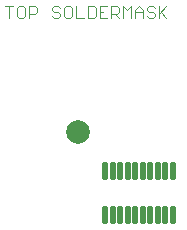
<source format=gts>
G04*
G04 #@! TF.GenerationSoftware,Altium Limited,Altium Designer,20.2.6 (244)*
G04*
G04 Layer_Color=102*
%FSLAX25Y25*%
%MOIN*%
G70*
G04*
G04 #@! TF.SameCoordinates,A1248B6C-439F-447A-ADC8-1C90144166A7*
G04*
G04*
G04 #@! TF.FilePolarity,Negative*
G04*
G01*
G75*
%ADD10C,0.00394*%
%ADD13C,0.07874*%
G04:AMPARAMS|DCode=14|XSize=19.68mil|YSize=62.99mil|CornerRadius=5.91mil|HoleSize=0mil|Usage=FLASHONLY|Rotation=0.000|XOffset=0mil|YOffset=0mil|HoleType=Round|Shape=RoundedRectangle|*
%AMROUNDEDRECTD14*
21,1,0.01968,0.05118,0,0,0.0*
21,1,0.00787,0.06299,0,0,0.0*
1,1,0.01181,0.00394,-0.02559*
1,1,0.01181,-0.00394,-0.02559*
1,1,0.01181,-0.00394,0.02559*
1,1,0.01181,0.00394,0.02559*
%
%ADD14ROUNDEDRECTD14*%
D10*
X768715Y496069D02*
X771339D01*
X770027D01*
Y492134D01*
X774619Y496069D02*
X773307D01*
X772651Y495413D01*
Y492790D01*
X773307Y492134D01*
X774619D01*
X775275Y492790D01*
Y495413D01*
X774619Y496069D01*
X776586Y492134D02*
Y496069D01*
X778554D01*
X779210Y495413D01*
Y494102D01*
X778554Y493446D01*
X776586D01*
X787082Y495413D02*
X786426Y496069D01*
X785114D01*
X784458Y495413D01*
Y494758D01*
X785114Y494102D01*
X786426D01*
X787082Y493446D01*
Y492790D01*
X786426Y492134D01*
X785114D01*
X784458Y492790D01*
X790362Y496069D02*
X789050D01*
X788394Y495413D01*
Y492790D01*
X789050Y492134D01*
X790362D01*
X791017Y492790D01*
Y495413D01*
X790362Y496069D01*
X792329D02*
Y492134D01*
X794953D01*
X796265Y496069D02*
Y492134D01*
X798233D01*
X798889Y492790D01*
Y495413D01*
X798233Y496069D01*
X796265D01*
X802825D02*
X800201D01*
Y492134D01*
X802825D01*
X800201Y494102D02*
X801513D01*
X804137Y492134D02*
Y496069D01*
X806104D01*
X806761Y495413D01*
Y494102D01*
X806104Y493446D01*
X804137D01*
X805449D02*
X806761Y492134D01*
X808072D02*
Y496069D01*
X809384Y494758D01*
X810696Y496069D01*
Y492134D01*
X812008D02*
Y494758D01*
X813320Y496069D01*
X814632Y494758D01*
Y492134D01*
Y494102D01*
X812008D01*
X818568Y495413D02*
X817912Y496069D01*
X816600D01*
X815944Y495413D01*
Y494758D01*
X816600Y494102D01*
X817912D01*
X818568Y493446D01*
Y492790D01*
X817912Y492134D01*
X816600D01*
X815944Y492790D01*
X819880Y496069D02*
Y492134D01*
Y493446D01*
X822503Y496069D01*
X820536Y494102D01*
X822503Y492134D01*
D13*
X792928Y454141D02*
D03*
D14*
X824650Y440984D02*
D03*
Y426417D02*
D03*
X822150D02*
D03*
X819650D02*
D03*
X817150D02*
D03*
X814650D02*
D03*
X812150D02*
D03*
X809650D02*
D03*
X807150D02*
D03*
X804650D02*
D03*
X802150D02*
D03*
X822150Y440984D02*
D03*
X819650D02*
D03*
X817150D02*
D03*
X814650D02*
D03*
X812150D02*
D03*
X809650D02*
D03*
X807150D02*
D03*
X804650D02*
D03*
X802150D02*
D03*
M02*

</source>
